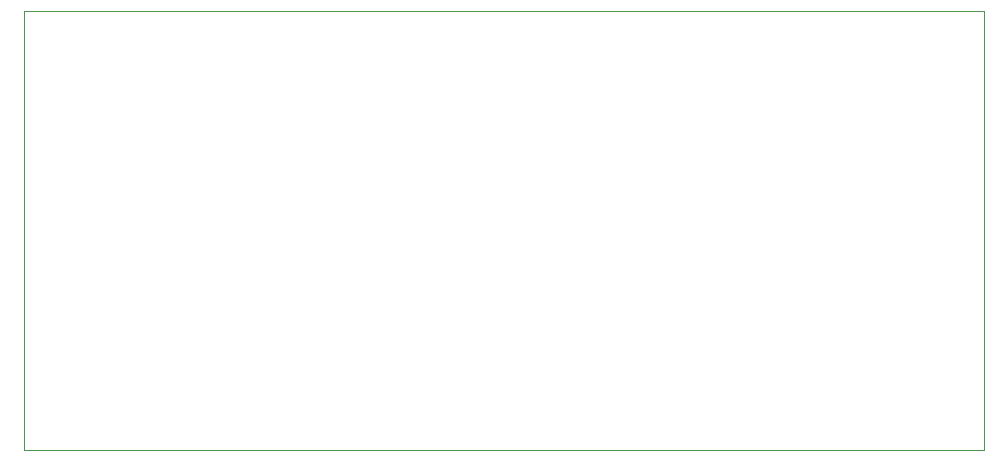
<source format=gbr>
G04 #@! TF.GenerationSoftware,KiCad,Pcbnew,(5.1.8)-1*
G04 #@! TF.CreationDate,2023-07-12T22:55:22+03:00*
G04 #@! TF.ProjectId,CMP,434d502e-6b69-4636-9164-5f7063625858,rev?*
G04 #@! TF.SameCoordinates,PX354a940PY2a16894*
G04 #@! TF.FileFunction,Profile,NP*
%FSLAX46Y46*%
G04 Gerber Fmt 4.6, Leading zero omitted, Abs format (unit mm)*
G04 Created by KiCad (PCBNEW (5.1.8)-1) date 2023-07-12 22:55:22*
%MOMM*%
%LPD*%
G01*
G04 APERTURE LIST*
G04 #@! TA.AperFunction,Profile*
%ADD10C,0.050000*%
G04 #@! TD*
G04 APERTURE END LIST*
D10*
X0Y-37147500D02*
X0Y0D01*
X81280000Y-37147500D02*
X0Y-37147500D01*
X81280000Y0D02*
X81280000Y-37147500D01*
X0Y0D02*
X81280000Y0D01*
M02*

</source>
